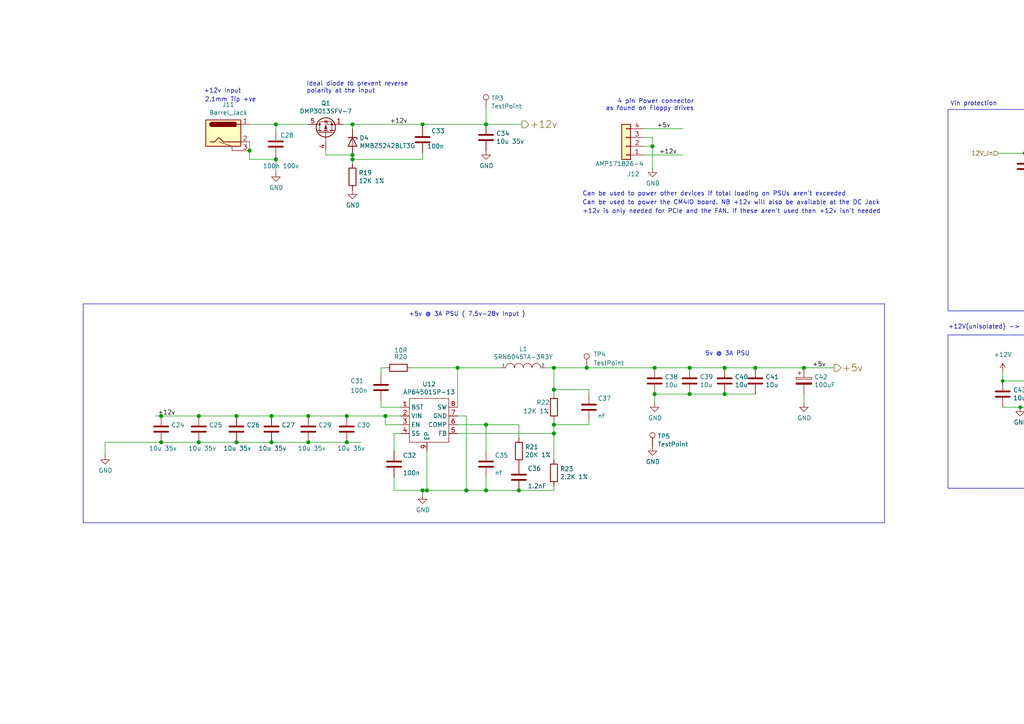
<source format=kicad_sch>
(kicad_sch (version 20231120) (generator "eeschema") (generator_version "8.0")
  (paper "A4")
  (junction (at 414.655 117.475))
  (junction (at 57.658 120.65) (diameter 1.016))
  (junction (at 350.52 123.19))
  (junction (at 102.235 36.068) (diameter 1.016))
  (junction (at 189.865 106.68) (diameter 1.016))
  (junction (at 123.825 142.24) (diameter 1.016))
  (junction (at 200.025 106.68) (diameter 1.016))
  (junction (at 391.16 40.64))
  (junction (at 297.18 44.45))
  (junction (at 295.91 118.11))
  (junction (at 80.01 46.228) (diameter 1.016))
  (junction (at 57.658 128.27) (diameter 1.016))
  (junction (at 316.23 44.45))
  (junction (at 200.025 114.3) (diameter 1.016))
  (junction (at 68.58 128.27) (diameter 1.016))
  (junction (at 111.76 120.65) (diameter 1.016))
  (junction (at 350.52 113.03))
  (junction (at 78.74 128.27) (diameter 1.016))
  (junction (at 80.01 36.068) (diameter 1.016))
  (junction (at 140.97 123.19) (diameter 1.016))
  (junction (at 189.23 42.418) (diameter 1.016))
  (junction (at 233.172 106.68) (diameter 1.016))
  (junction (at 132.715 106.68) (diameter 1.016))
  (junction (at 339.09 44.45))
  (junction (at 409.575 117.475))
  (junction (at 309.88 44.45))
  (junction (at 102.235 46.228) (diameter 1.016))
  (junction (at 409.575 125.73))
  (junction (at 46.736 120.65) (diameter 1.016))
  (junction (at 122.555 142.24) (diameter 1.016))
  (junction (at 160.655 123.19) (diameter 1.016))
  (junction (at 372.11 40.64))
  (junction (at 68.58 120.65) (diameter 1.016))
  (junction (at 290.83 110.49))
  (junction (at 150.495 142.24) (diameter 1.016))
  (junction (at 304.8 44.45))
  (junction (at 363.22 113.03))
  (junction (at 210.185 114.3) (diameter 1.016))
  (junction (at 309.88 52.07))
  (junction (at 140.97 36.068) (diameter 1.016))
  (junction (at 102.235 44.958) (diameter 1.016))
  (junction (at 89.408 120.65) (diameter 1.016))
  (junction (at 122.555 36.068) (diameter 1.016))
  (junction (at 78.74 120.65) (diameter 1.016))
  (junction (at 316.23 64.77))
  (junction (at 89.408 128.27) (diameter 1.016))
  (junction (at 100.584 128.27) (diameter 1.016))
  (junction (at 210.185 106.68) (diameter 1.016))
  (junction (at 160.655 125.73) (diameter 1.016))
  (junction (at 160.655 106.68) (diameter 1.016))
  (junction (at 316.23 54.61))
  (junction (at 369.57 44.45))
  (junction (at 140.97 142.24) (diameter 1.016))
  (junction (at 46.736 128.27) (diameter 1.016))
  (junction (at 135.255 142.24) (diameter 1.016))
  (junction (at 388.62 64.77))
  (junction (at 219.075 106.68) (diameter 1.016))
  (junction (at 304.8 110.49))
  (junction (at 72.39 43.688) (diameter 1.016))
  (junction (at 100.584 120.65) (diameter 1.016))
  (junction (at 170.18 106.68) (diameter 1.016))
  (junction (at 372.11 49.53))
  (junction (at 189.865 114.3) (diameter 1.016))
  (junction (at 160.655 113.03) (diameter 1.016))
  (no_connect (at 369.57 59.69))
  (no_connect (at 339.09 52.07))
  (no_connect (at 369.57 52.07))
  (wire (pts (xy 160.655 123.19) (xy 160.655 125.73)))
  (wire (pts (xy 409.575 125.73) (xy 409.575 127)))
  (wire (pts (xy 316.23 74.93) (xy 320.04 74.93)))
  (wire (pts (xy 289.56 44.45) (xy 297.18 44.45)))
  (wire (pts (xy 350.52 123.19) (xy 350.52 121.92)))
  (wire (pts (xy 316.23 54.61) (xy 318.77 54.61)))
  (wire (pts (xy 68.58 128.27) (xy 78.74 128.27)))
  (wire (pts (xy 290.83 118.11) (xy 295.91 118.11)))
  (wire (pts (xy 102.235 46.228) (xy 122.555 46.228)))
  (wire (pts (xy 160.655 142.24) (xy 160.655 140.97)))
  (wire (pts (xy 316.23 63.5) (xy 316.23 64.77)))
  (wire (pts (xy 330.2 113.03) (xy 336.55 113.03)))
  (wire (pts (xy 494.665 53.975) (xy 494.665 57.785)))
  (wire (pts (xy 369.57 40.64) (xy 372.11 40.64)))
  (wire (pts (xy 94.488 43.688) (xy 94.488 44.958)))
  (wire (pts (xy 100.584 128.27) (xy 104.775 128.27)))
  (wire (pts (xy 140.97 123.19) (xy 140.97 130.81)))
  (wire (pts (xy 30.48 128.27) (xy 46.736 128.27)))
  (wire (pts (xy 316.23 44.45) (xy 316.23 45.72)))
  (wire (pts (xy 186.69 44.958) (xy 198.12 44.958)))
  (wire (pts (xy 334.01 62.23) (xy 339.09 62.23)))
  (wire (pts (xy 110.49 118.11) (xy 116.205 118.11)))
  (wire (pts (xy 89.408 120.65) (xy 100.584 120.65)))
  (wire (pts (xy 369.57 49.53) (xy 372.11 49.53)))
  (wire (pts (xy 506.095 66.675) (xy 506.095 65.405)))
  (wire (pts (xy 388.62 64.77) (xy 391.16 64.77)))
  (polyline (pts (xy 256.54 151.638) (xy 24.13 151.638)) (stroke (width 0) (type solid)))
  (wire (pts (xy 334.01 54.61) (xy 339.09 54.61)))
  (wire (pts (xy 72.39 46.228) (xy 72.39 43.688)))
  (wire (pts (xy 140.97 142.24) (xy 150.495 142.24)))
  (wire (pts (xy 94.488 44.958) (xy 102.235 44.958)))
  (wire (pts (xy 132.715 123.19) (xy 140.97 123.19)))
  (wire (pts (xy 290.83 110.49) (xy 304.8 110.49)))
  (wire (pts (xy 170.18 106.68) (xy 189.865 106.68)))
  (wire (pts (xy 72.39 36.068) (xy 80.01 36.068)))
  (wire (pts (xy 160.655 125.73) (xy 160.655 133.35)))
  (wire (pts (xy 477.52 57.15) (xy 477.52 59.055)))
  (wire (pts (xy 160.655 106.68) (xy 160.655 113.03)))
  (wire (pts (xy 369.57 57.15) (xy 377.19 57.15)))
  (wire (pts (xy 350.52 130.81) (xy 350.52 132.08)))
  (wire (pts (xy 160.655 113.03) (xy 160.655 114.3)))
  (wire (pts (xy 200.025 106.68) (xy 210.185 106.68)))
  (wire (pts (xy 391.16 39.37) (xy 391.16 40.64)))
  (wire (pts (xy 372.11 40.64) (xy 372.11 41.91)))
  (wire (pts (xy 80.01 36.068) (xy 89.408 36.068)))
  (wire (pts (xy 119.38 106.68) (xy 132.715 106.68)))
  (wire (pts (xy 122.555 143.51) (xy 122.555 142.24)))
  (wire (pts (xy 102.235 36.068) (xy 102.235 37.338)))
  (wire (pts (xy 372.11 40.64) (xy 391.16 40.64)))
  (wire (pts (xy 356.87 76.2) (xy 354.33 76.2)))
  (wire (pts (xy 80.01 45.593) (xy 80.01 46.228)))
  (wire (pts (xy 160.655 106.68) (xy 170.18 106.68)))
  (wire (pts (xy 506.095 53.975) (xy 506.095 57.785)))
  (wire (pts (xy 316.23 54.61) (xy 316.23 55.88)))
  (wire (pts (xy 160.655 113.03) (xy 170.815 113.03)))
  (wire (pts (xy 506.095 75.565) (xy 506.095 74.295)))
  (wire (pts (xy 46.736 128.27) (xy 57.658 128.27)))
  (wire (pts (xy 116.205 125.73) (xy 114.3 125.73)))
  (wire (pts (xy 363.22 113.03) (xy 350.52 113.03)))
  (wire (pts (xy 102.235 46.228) (xy 102.235 47.498)))
  (wire (pts (xy 233.172 106.68) (xy 241.935 106.68)))
  (wire (pts (xy 99.568 36.068) (xy 102.235 36.068)))
  (wire (pts (xy 518.16 52.07) (xy 519.43 52.07)))
  (wire (pts (xy 330.2 110.49) (xy 331.47 110.49)))
  (wire (pts (xy 330.2 115.57) (xy 331.47 115.57)))
  (wire (pts (xy 132.715 125.73) (xy 160.655 125.73)))
  (wire (pts (xy 110.49 116.205) (xy 110.49 118.11)))
  (wire (pts (xy 102.235 36.068) (xy 122.555 36.068)))
  (wire (pts (xy 189.865 106.68) (xy 200.025 106.68)))
  (wire (pts (xy 513.08 79.375) (xy 518.16 79.375)))
  (wire (pts (xy 45.085 120.65) (xy 46.736 120.65)))
  (wire (pts (xy 363.22 107.95) (xy 363.22 113.03)))
  (wire (pts (xy 460.375 61.595) (xy 458.47 61.595)))
  (wire (pts (xy 392.43 109.855) (xy 392.43 117.475)))
  (wire (pts (xy 392.43 117.475) (xy 400.685 117.475)))
  (wire (pts (xy 200.025 114.3) (xy 189.865 114.3)))
  (wire (pts (xy 377.19 64.77) (xy 388.62 64.77)))
  (wire (pts (xy 369.57 40.64) (xy 369.57 44.45)))
  (wire (pts (xy 316.23 66.04) (xy 316.23 64.77)))
  (wire (pts (xy 518.16 66.675) (xy 518.16 64.77)))
  (wire (pts (xy 392.43 125.73) (xy 392.43 127)))
  (wire (pts (xy 189.23 42.418) (xy 189.23 48.768)))
  (wire (pts (xy 369.57 62.23) (xy 369.57 63.5)))
  (wire (pts (xy 135.255 120.65) (xy 135.255 142.24)))
  (wire (pts (xy 111.76 120.65) (xy 116.205 120.65)))
  (wire (pts (xy 114.3 125.73) (xy 114.3 130.81)))
  (wire (pts (xy 170.815 113.03) (xy 170.815 114.3)))
  (wire (pts (xy 78.74 120.65) (xy 89.408 120.65)))
  (wire (pts (xy 122.555 36.068) (xy 122.555 36.703)))
  (wire (pts (xy 409.575 117.475) (xy 408.305 117.475)))
  (wire (pts (xy 309.88 44.45) (xy 316.23 44.45)))
  (wire (pts (xy 80.01 36.068) (xy 80.01 37.973)))
  (wire (pts (xy 111.76 123.19) (xy 116.205 123.19)))
  (wire (pts (xy 170.815 123.19) (xy 170.815 121.92)))
  (polyline (pts (xy 24.13 88.138) (xy 256.54 88.138)) (stroke (width 0) (type solid)))
  (wire (pts (xy 122.555 36.068) (xy 140.97 36.068)))
  (wire (pts (xy 409.575 125.095) (xy 409.575 125.73)))
  (wire (pts (xy 132.715 106.68) (xy 132.715 118.11)))
  (wire (pts (xy 414.655 114.3) (xy 414.655 117.475)))
  (wire (pts (xy 354.33 76.2) (xy 354.33 74.93)))
  (wire (pts (xy 219.075 106.68) (xy 233.172 106.68)))
  (wire (pts (xy 339.09 44.45) (xy 339.09 46.99)))
  (wire (pts (xy 326.39 50.8) (xy 326.39 52.07)))
  (wire (pts (xy 140.97 36.068) (xy 151.384 36.068)))
  (wire (pts (xy 110.49 108.585) (xy 110.49 106.68)))
  (wire (pts (xy 297.18 52.07) (xy 309.88 52.07)))
  (wire (pts (xy 518.16 79.375) (xy 518.16 74.295)))
  (wire (pts (xy 219.075 114.3) (xy 210.185 114.3)))
  (wire (pts (xy 210.185 114.3) (xy 200.025 114.3)))
  (wire (pts (xy 297.18 44.45) (xy 304.8 44.45)))
  (wire (pts (xy 316.23 44.45) (xy 339.09 44.45)))
  (wire (pts (xy 344.17 113.03) (xy 350.52 113.03)))
  (wire (pts (xy 150.495 127) (xy 150.495 123.19)))
  (wire (pts (xy 478.155 65.405) (xy 478.155 67.945)))
  (wire (pts (xy 518.16 52.07) (xy 518.16 57.15)))
  (wire (pts (xy 30.48 128.27) (xy 30.48 132.08)))
  (wire (pts (xy 186.69 37.338) (xy 198.12 37.338)))
  (wire (pts (xy 89.408 128.27) (xy 100.584 128.27)))
  (wire (pts (xy 334.01 57.15) (xy 339.09 57.15)))
  (wire (pts (xy 46.736 120.65) (xy 57.658 120.65)))
  (wire (pts (xy 309.88 52.07) (xy 309.88 53.34)))
  (wire (pts (xy 123.825 130.81) (xy 123.825 142.24)))
  (wire (pts (xy 392.43 125.73) (xy 398.145 125.73)))
  (wire (pts (xy 72.39 43.688) (xy 72.39 41.148)))
  (wire (pts (xy 313.69 129.54) (xy 309.88 129.54)))
  (wire (pts (xy 290.83 107.95) (xy 290.83 110.49)))
  (wire (pts (xy 414.655 117.475) (xy 409.575 117.475)))
  (wire (pts (xy 57.658 128.27) (xy 68.58 128.27)))
  (wire (pts (xy 78.74 128.27) (xy 89.408 128.27)))
  (wire (pts (xy 363.22 116.84) (xy 363.22 113.03)))
  (wire (pts (xy 160.655 121.92) (xy 160.655 123.19)))
  (wire (pts (xy 114.3 138.43) (xy 114.3 142.24)))
  (polyline (pts (xy 256.54 88.138) (xy 256.54 151.638)) (stroke (width 0) (type solid)))
  (wire (pts (xy 132.715 120.65) (xy 135.255 120.65)))
  (wire (pts (xy 189.23 39.878) (xy 189.23 42.418)))
  (wire (pts (xy 114.3 142.24) (xy 122.555 142.24)))
  (wire (pts (xy 372.11 49.53) (xy 381 49.53)))
  (wire (pts (xy 300.99 115.57) (xy 304.8 115.57)))
  (wire (pts (xy 460.375 59.69) (xy 460.375 61.595)))
  (wire (pts (xy 388.62 62.23) (xy 388.62 64.77)))
  (wire (pts (xy 369.57 54.61) (xy 388.62 54.61)))
  (wire (pts (xy 186.69 39.878) (xy 189.23 39.878)))
  (wire (pts (xy 111.76 120.65) (xy 111.76 123.19)))
  (wire (pts (xy 140.97 123.19) (xy 150.495 123.19)))
  (wire (pts (xy 304.8 44.45) (xy 309.88 44.45)))
  (wire (pts (xy 494.665 75.565) (xy 494.665 74.295)))
  (wire (pts (xy 295.91 118.11) (xy 300.99 118.11)))
  (wire (pts (xy 300.99 115.57) (xy 300.99 118.11)))
  (wire (pts (xy 135.255 142.24) (xy 140.97 142.24)))
  (wire (pts (xy 350.52 113.03) (xy 350.52 114.3)))
  (wire (pts (xy 158.115 106.68) (xy 160.655 106.68)))
  (wire (pts (xy 494.665 66.675) (xy 494.665 65.405)))
  (wire (pts (xy 80.01 46.228) (xy 80.01 50.038)))
  (wire (pts (xy 311.15 121.92) (xy 313.69 121.92)))
  (wire (pts (xy 369.57 44.45) (xy 369.57 46.99)))
  (wire (pts (xy 123.825 142.24) (xy 135.255 142.24)))
  (wire (pts (xy 140.97 138.43) (xy 140.97 142.24)))
  (wire (pts (xy 403.225 125.73) (xy 409.575 125.73)))
  (wire (pts (xy 102.235 44.958) (xy 102.235 46.228)))
  (wire (pts (xy 334.01 49.53) (xy 339.09 49.53)))
  (wire (pts (xy 345.44 123.19) (xy 350.52 123.19)))
  (wire (pts (xy 160.655 123.19) (xy 170.815 123.19)))
  (wire (pts (xy 57.658 120.65) (xy 68.58 120.65)))
  (wire (pts (xy 72.39 46.228) (xy 80.01 46.228)))
  (wire (pts (xy 100.584 120.65) (xy 111.76 120.65)))
  (wire (pts (xy 326.39 59.69) (xy 339.09 59.69)))
  (wire (pts (xy 186.69 42.418) (xy 189.23 42.418)))
  (wire (pts (xy 321.31 64.77) (xy 316.23 64.77)))
  (wire (pts (xy 140.97 31.496) (xy 140.97 36.068)))
  (wire (pts (xy 210.185 106.68) (xy 219.075 106.68)))
  (wire (pts (xy 132.715 106.68) (xy 145.415 106.68)))
  (wire (pts (xy 122.555 46.228) (xy 122.555 44.323)))
  (wire (pts (xy 189.865 114.3) (xy 189.865 116.84)))
  (wire (pts (xy 233.172 114.3) (xy 233.172 116.84)))
  (wire (pts (xy 316.23 73.66) (xy 316.23 74.93)))
  (wire (pts (xy 122.555 142.24) (xy 123.825 142.24)))
  (wire (pts (xy 316.23 53.34) (xy 316.23 54.61)))
  (wire (pts (xy 150.495 142.24) (xy 160.655 142.24)))
  (wire (pts (xy 304.8 110.49) (xy 304.8 113.03)))
  (polyline (pts (xy 24.13 88.138) (xy 24.13 151.638)) (stroke (width 0) (type solid)))
  (wire (pts (xy 68.58 120.65) (xy 78.74 120.65)))
  (wire (pts (xy 110.49 106.68) (xy 111.76 106.68)))
  (rectangle (start 274.955 97.155) (end 373.38 141.605))
  (rectangle (start 274.955 31.75) (end 435.61 90.17))
  (text "4 pin Power connector\nas found on Floppy drives" (at 201.295 32.258 0) (effects (font (size 1.27 1.27)) (justify right bottom)))
  (text "+12v Input" (at 59.055 27.178 0) (effects (font (size 1.27 1.27)) (justify left bottom)))
  (text "+12v is only needed for PCIe and the FAN. If these aren't used then +12v isn't needed" (at 168.91 62.103 0) (effects (font (size 1.27 1.27)) (justify left bottom)))
  (text "5v @ 3A PSU\n" (at 204.47 103.378 0) (effects (font (size 1.27 1.27)) (justify left bottom)))
  (text "2.1mm Tip +ve" (at 74.295 29.718 0) (effects (font (size 1.27 1.27)) (justify right bottom)))
  (text "Ideal diode to prevent reverse\npolarity at the input" (at 88.9 27.178 0) (effects (font (size 1.27 1.27)) (justify left bottom)))
  (text "+5v @ 3A PSU ( 7.5v-28v Input )" (at 152.4 91.948 0) (effects (font (size 1.27 1.27)) (justify right bottom)))
  (text "RTN!=GND \nConecting GND to RTN turns off RPP!" (at 337.566 86.487 0) (effects (font (size 1.27 1.27)) (justify left)))
  (text "Vin protection" (at 275.59 30.861 0) (effects (font (size 1.27 1.27)) (justify left bottom)))
  (text "Can be used to power other devices if total loading on PSUs aren't exceeded" (at 168.91 57.023 0) (effects (font (size 1.27 1.27)) (justify left bottom)))
  (text "Can be used to power the CM4IO board. NB +12v will also be available at the DC Jack" (at 168.91 59.563 0) (effects (font (size 1.27 1.27)) (justify left bottom)))
  (text "VDDA Separation" (at 395.605 104.775 0) (effects (font (size 1.27 1.27)) (justify left bottom)))
  (text "+12V(unisolated) -> +3.3V(unisolated)" (at 274.955 95.631 0) (effects (font (size 1.27 1.27)) (justify left bottom)))
  (text "Current lim(A) = 12/Rilim(k)\n1.2A = 12/10k ohms" (at 405.638 38.608 0) (effects (font (size 1.27 1.27)) (justify left)))
  (label "RTN" (at 320.04 74.93 0))
  (label "OVP" (at 334.01 54.61 0))
  (label "SW" (at 331.47 113.03 0))
  (label "+12v" (at 45.72 120.65 0))
  (label "UVLO" (at 334.01 49.53 0))
  (label "+5v" (at 190.5 37.338 0))
  (label "+12v" (at 191.135 44.958 0))
  (label "UVLO" (at 318.77 54.61 0))
  (label "SW" (at 309.88 129.54 0))
  (label "RTN" (at 334.01 57.15 0))
  (label "Fault" (at 381 49.53 0))
  (label "RTN" (at 334.01 62.23 0))
  (label "BST" (at 331.47 110.49 0))
  (label "Fault" (at 513.08 79.375 0))
  (label "+5v" (at 235.585 106.68 0))
  (label "OVP" (at 321.31 64.77 0))
  (label "RTN" (at 391.16 64.77 0))
  (label "FB" (at 345.44 123.19 0))
  (label "FB" (at 331.47 115.57 0))
  (label "+12v" (at 113.03 36.068 0))
  (label "RTN" (at 356.87 76.2 0))
  (label "BST" (at 311.15 121.92 0))
  (hierarchical_label "+5v" (shape output) (at 241.935 106.68 0) (effects (font (size 2.0066 2.0066))))
  (hierarchical_label "12V_In" (shape input) (at 519.43 52.07 0))
  (hierarchical_label "12V_In" (shape input) (at 289.56 44.45 180))
  (hierarchical_label "+12v" (shape output) (at 151.384 36.068 0) (effects (font (size 2.0066 2.0066))))
  (symbol (lib_id "Device:C") (at 409.575 121.285 0) (unit 1)
    (property "Reference" "C49" (at 412.75 120.65 0) (effects (justify left)))
    (property "Value" "100nF" (at 412.75 123.19 0) (effects (justify left)))
    (property "Footprint" "Capacitor_SMD:C_0805_2012Metric" (effects (hide yes)))
    (property "Description" "Unpolarized capacitor" (effects (hide yes)))
    (property "Mouser Part Number" "80-C0805C104M5R" (effects (hide yes)))
    (property "P/N" "C0805C104M5RACTU" (effects (hide yes)))
  )
  (symbol (lib_id "Device:C") (at 114.3 134.62 0) (unit 1)
    (property "Reference" "C32" (at 116.84 132.08 0) (effects (justify left)))
    (property "Value" "100n" (at 116.84 137.16 0) (effects (justify left)))
    (property "Footprint" "Capacitor_SMD:C_0402_1005Metric" (effects (hide yes)))
    (property "Datasheet" "https://search.murata.co.jp/Ceramy/image/img/A01X/G101/ENG/GRM155R71C104KA88-01.pdf" (effects (hide yes)))
    (property "Field4" "Farnell" (effects (hide yes)))
    (property "Field5" "2611911" (effects (hide yes)))
    (property "Field6" "RM EMK105 B7104KV-F" (effects (hide yes)))
    (property "Field7" "TAIYO YUDEN EUROPE GMBH" (effects (hide yes)))
    (property "Part Description" "	0.1uF 10% 16V Ceramic Capacitor X7R 0402 (1005 Metric)" (effects (hide yes)))
    (property "Field8" "110091611" (effects (hide yes)))
  )
  (symbol (lib_id "Device:R") (at 160.655 118.11 0) (unit 1)
    (property "Reference" "R22" (at 155.575 116.713 0) (effects (justify left)))
    (property "Value" "12K 1%" (at 151.765 119.253 0) (effects (justify left)))
    (property "Footprint" "Resistor_SMD:R_0402_1005Metric" (effects (hide yes)))
    (property "Datasheet" "https://fscdn.rohm.com/en/products/databook/datasheet/passive/resistor/chip_resistor/mcr-e.pdf" (effects (hide yes)))
    (property "Field4" "Farnell" (effects (hide yes)))
    (property "Field5" "9239367" (effects (hide yes)))
    (property "Field7" "Rohm" (effects (hide yes)))
    (property "Field6" "MCR01MZPF1202" (effects (hide yes)))
    (property "Part Description" "Resistor 12K M1005 1% 63mW" (effects (hide yes)))
  )
  (symbol (lib_id "power:GND") (at 391.16 48.26 0) (unit 1)
    (property "Reference" "#PWR075" (effects (hide yes)))
    (property "Value" "GND" (at 391.287 52.6542 0))
    (property "Description" "Power symbol creates a global label with name \"GND\" , ground" (effects (hide yes)))
  )
  (symbol (lib_id "power:GND") (at 140.97 43.688 0) (unit 1)
    (property "Reference" "#PWR054" (effects (hide yes)))
    (property "Value" "GND" (at 141.097 48.0822 0))
  )
  (symbol (lib_id "Connector_Generic:Conn_01x04") (at 181.61 42.418 180) (unit 1)
    (property "Reference" "J12" (at 183.6928 50.4698 0))
    (property "Value" "AMP171826-4" (at 179.705 47.498 0))
    (property "Footprint" "171826-4:TE_171826-4" (effects (hide yes)))
    (property "Datasheet" "https://www.te.com/usa-en/product-171826-4.html" (effects (hide yes)))
    (property "Field4" "Farnell" (effects (hide yes)))
    (property "Field5" "	1056115" (effects (hide yes)))
    (property "Field6" "AMP171826-4" (effects (hide yes)))
    (property "Field7" "AMP-TE" (effects (hide yes)))
    (property "Part Description" "Wire-To-Board Connector, Right Angle, 2.54 mm, 4 Contacts, Header, AMP EI Series, Through Hole" (effects (hide yes)))
  )
  (symbol (lib_id "Device:LED") (at 506.095 70.485 90) (unit 1)
    (property "Reference" "D7" (at 509.0922 69.5198 90) (effects (justify right)))
    (property "Value" "3.3V" (at 509.0922 71.8312 90) (effects (justify right)))
    (property "Footprint" "LED_SMD:LED_0805_2012Metric" (effects (hide yes)))
    (property "Description" "Light emitting diode" (effects (hide yes)))
    (property "Color" "Green" (effects (hide yes)))
    (property "P/N" "APTD2012LCGCK" (effects (hide yes)))
    (property "Vf" "1.9V" (effects (hide yes)))
    (property "If" "2mA" (effects (hide yes)))
    (property "Mouser Part Number" "604-APTD2012LCGCK" (effects (hide yes)))
  )
  (symbol (lib_id "Device:R") (at 518.16 60.96 0) (unit 1)
    (property "Reference" "R35" (at 519.938 59.7916 0) (effects (justify left)))
    (property "Value" "5k" (at 519.938 62.103 0) (effects (justify left)))
    (property "Footprint" "Resistor_SMD:R_0805_2012Metric" (effects (hide yes)))
    (property "Description" "Resistor" (effects (hide yes)))
    (property "P/N" "CRCW080522K1FKEA" (effects (hide yes)))
    (property "Mouser Part Number" "71-CRCW0805-22.1K-E3" (effects (hide yes)))
    (property "Inventory" "Y" (effects (hide yes)))
    (property "Mouser Price/Stock" "https://www.mouser.com/ProductDetail/Vishay-Dale/CRCW080522K1FKEA?qs=fIsz7OpyEY%2F1GKOToH8JbQ%3D%3D" (effects (hide yes)))
  )
  (symbol (lib_id "Device:R") (at 115.57 106.68 270) (unit 1)
    (property "Reference" "R20" (at 114.3 103.505 90) (effects (justify left)))
    (property "Value" "10R" (at 114.3 101.6 90) (effects (justify left)))
    (property "Footprint" "Resistor_SMD:R_0402_1005Metric" (effects (hide yes)))
    (property "Datasheet" "https://fscdn.rohm.com/en/products/databook/datasheet/passive/resistor/chip_resistor/mcr-e.pdf" (effects (hide yes)))
    (property "Field4" "Farnell" (effects (hide yes)))
    (property "Field5" "9238999" (effects (hide yes)))
    (property "Field7" "Yageo" (effects (hide yes)))
    (property "Field6" "RC0402FR-0710RL" (effects (hide yes)))
    (property "Field8" "URES00256" (effects (hide yes)))
    (property "Part Description" "Resistor 10R M1005 1% 63mW" (effects (hide yes)))
  )
  (symbol (lib_id "Device:CP") (at 233.172 110.49 0) (unit 1)
    (property "Reference" "C42" (at 236.1692 109.347 0) (effects (justify left)))
    (property "Value" "100uF" (at 236.1692 111.633 0) (effects (justify left)))
    (property "Footprint" "Capacitor_Tantalum_SMD:CP_EIA-7343-31_Kemet-D" (effects (hide yes)))
    (property "Field4" "Mouser" (effects (hide yes)))
    (property "Field5" "667-EEF-CX0J101R" (effects (hide yes)))
    (property "Part Description" "Capacitor, SP-Cap, 100u, 6.3V, 15mR ESR" (effects (hide yes)))
  )
  (symbol (lib_id "Device:C") (at 170.815 118.11 0) (unit 1)
    (property "Reference" "C37" (at 173.355 115.57 0) (effects (justify left)))
    (property "Value" "nf" (at 173.355 120.65 0) (effects (justify left)))
    (property "Footprint" "Capacitor_SMD:C_0402_1005Metric" (effects (hide yes)))
    (property "Datasheet" "http://www.farnell.com/datasheets/2048267.pdf?_ga=2.222777691.1738794919.1588350964-1787849031.1568210898&_gac=1.250356018.1588350964.EAIaIQobChMIgrHHs4yT6QIVxevtCh39TA_nEAAYASAAEgK8PfD_BwE" (effects (hide yes)))
    (property "Field4" "Farnell" (effects (hide yes)))
    (property "Field5" "2666374" (effects (hide yes)))
    (property "Field6" "GRM1555C1H221JA01D" (effects (hide yes)))
    (property "Field7" "Murata" (effects (hide yes)))
    (property "Part Description" "220 pF, 50 V, 0402 [1005 Metric], ± 5%, C0G / NP0/CH, GCM Series" (effects (hide yes)))
  )
  (symbol (lib_id "power:+12V") (at 494.665 53.975 0) (unit 1)
    (property "Reference" "#PWR083" (effects (hide yes)))
    (property "Value" "+12V" (at 494.665 50.165 0))
    (property "Description" "Power symbol creates a global label with name \"+12V\"" (effects (hide yes)))
  )
  (symbol (lib_id "power:GND") (at 506.095 75.565 0) (unit 1)
    (property "Reference" "#PWR086" (effects (hide yes)))
    (property "Value" "GND" (at 506.222 79.9592 0))
    (property "Description" "Power symbol creates a global label with name \"GND\" , ground" (effects (hide yes)))
  )
  (symbol (lib_id "Device:C") (at 68.58 124.46 0) (unit 1)
    (property "Reference" "C26" (at 71.501 123.2916 0) (effects (justify left)))
    (property "Value" "10u 35v" (at 64.77 130.048 0) (effects (justify left)))
    (property "Footprint" "Capacitor_SMD:C_0805_2012Metric" (effects (hide yes)))
    (property "Datasheet" "https://www.murata.com/en-global/products/productdetail.aspx?partno=GRM21BC8YA106ME11%23" (effects (hide yes)))
    (property "Field5" "490-10505-1-ND" (effects (hide yes)))
    (property "Field4" "Digikey" (effects (hide yes)))
    (property "Field6" "GRM21BC8YA106KE11L " (effects (hide yes)))
    (property "Field7" "Murata" (effects (hide yes)))
    (property "Part Description" "	10uF 10% or 20% 35V Ceramic Capacitor X6S 0805 (2012 Metric)" (effects (hide yes)))
  )
  (symbol (lib_id "power:GND") (at 350.52 132.08 0) (unit 1)
    (property "Reference" "#PWR070" (effects (hide yes)))
    (property "Value" "GND" (at 350.647 136.4742 0))
    (property "Description" "Power symbol creates a global label with name \"GND\" , ground" (effects (hide yes)))
  )
  (symbol (lib_id "power:+12V") (at 391.16 39.37 0) (unit 1)
    (property "Reference" "#PWR074" (effects (hide yes)))
    (property "Value" "+12V" (at 391.16 34.29 0))
    (property "Description" "Power symbol creates a global label with name \"+12V\"" (effects (hide yes)))
  )
  (symbol (lib_id "Device:C") (at 297.18 48.26 0) (unit 1)
    (property "Reference" "C44" (at 299.974 47.498 0) (effects (justify left)))
    (property "Value" "47uF" (at 299.72 50.038 0) (effects (justify left)))
    (property "Footprint" "Capacitor_SMD:C_0805_2012Metric" (effects (hide yes)))
    (property "Description" "Unpolarized capacitor" (effects (hide yes)))
  )
  (symbol (lib_id "Device:R") (at 350.52 127 0) (unit 1)
    (property "Reference" "R30" (at 353.06 125.7299 0) (effects (justify left)))
    (property "Value" "10k" (at 353.06 128.2699 0) (effects (justify left)))
    (property "Footprint" "Resistor_SMD:R_0805_2012Metric" (effects (hide yes)))
    (property "Description" "Resistor" (effects (hide yes)))
  )
  (symbol (lib_id "power:GND") (at 189.23 48.768 0) (unit 1)
    (property "Reference" "#PWR055" (effects (hide yes)))
    (property "Value" "GND" (at 189.357 53.1622 0))
  )
  (symbol (lib_id "Device:C") (at 210.185 110.49 0) (unit 1)
    (property "Reference" "C40" (at 213.106 109.3216 0) (effects (justify left)))
    (property "Value" "10u" (at 213.106 111.633 0) (effects (justify left)))
    (property "Footprint" "Capacitor_SMD:C_0805_2012Metric" (effects (hide yes)))
    (property "Datasheet" "https://search.murata.co.jp/Ceramy/image/img/A01X/G101/ENG/GRM21BR71A106KA73-01.pdf" (effects (hide yes)))
    (property "Field5" "490-14381-1-ND" (effects (hide yes)))
    (property "Field4" "Digikey" (effects (hide yes)))
    (property "Field6" "GRM21BR71A106KA73L" (effects (hide yes)))
    (property "Field7" "Murata" (effects (hide yes)))
    (property "Part Description" "	10uF 10% 10V Ceramic Capacitor X7R 0805 (2012 Metric)" (effects (hide yes)))
    (property "Field8" "111893011" (effects (hide yes)))
  )
  (symbol (lib_id "Device:R") (at 506.095 61.595 0) (unit 1)
    (property "Reference" "R34" (at 507.873 60.4266 0) (effects (justify left)))
    (property "Value" "2.2k" (at 507.873 62.738 0) (effects (justify left)))
    (property "Footprint" "Resistor_SMD:R_0805_2012Metric" (effects (hide yes)))
    (property "Description" "Resistor" (effects (hide yes)))
    (property "P/N" "SDR10EZPF2200" (effects (hide yes)))
    (property "Mouser Part Number" "Inventory" (effects (hide yes)))
  )
  (symbol (lib_id "power:+3.3VA") (at 414.655 114.3 0) (unit 1)
    (property "Reference" "#PWR079" (effects (hide yes)))
    (property "Value" "+3.3VA" (at 414.655 109.855 0))
    (property "Description" "Power symbol creates a global label with name \"+3.3VA\"" (effects (hide yes)))
  )
  (symbol (lib_id "power:GND") (at 189.865 116.84 0) (unit 1)
    (property "Reference" "#PWR057" (effects (hide yes)))
    (property "Value" "GND" (at 189.992 121.2342 0))
  )
  (symbol (lib_id "utsvt-power-regulators:TPS562231DRLR") (at 316.23 105.41 0) (unit 1)
    (property "Reference" "U15" (at 317.5 102.87 0))
    (property "Value" "TPS562231DRLR" (at 317.5 105.41 0))
    (property "Footprint" "Package_TO_SOT_SMD:SOT-563" (effects (hide yes)))
    (property "Datasheet" "https://www.ti.com/lit/ds/symlink/tps562231.pdf?ts=1724081383264&ref_url=https%253A%252F%252Fwww.mouser.com%252F" (effects (hide yes)))
    (property "P/N" "TPS562231DRLR" (effects (hide yes)))
  )
  (symbol (lib_id "power:GND") (at 295.91 118.11 0) (unit 1)
    (property "Reference" "#PWR067" (effects (hide yes)))
    (property "Value" "GND" (at 296.037 122.5042 0))
    (property "Description" "Power symbol creates a global label with name \"GND\" , ground" (effects (hide yes)))
  )
  (symbol (lib_id "power:GND") (at 189.23 129.54 0) (unit 1)
    (property "Reference" "#PWR056" (effects (hide yes)))
    (property "Value" "GND" (at 189.357 133.9342 0))
  )
  (symbol (lib_id "CM4IO:AP64351") (at 123.825 120.65 0) (unit 1)
    (property "Reference" "U12" (at 124.46 111.4044 0))
    (property "Value" "AP64501SP-13" (at 124.46 113.7158 0))
    (property "Footprint" "Package_SO:SOIC-8-1EP_3.9x4.9mm_P1.27mm_EP2.95x4.9mm_Mask2.71x3.4mm_ThermalVias" (effects (hide yes)))
    (property "Datasheet" "https://www.diodes.com/assets/Datasheets/AP64501.pdf" (effects (hide yes)))
    (property "Field4" "Digikey" (effects (hide yes)))
    (property "Field5" "31-AP64501SP-13CT-ND" (effects (hide yes)))
    (property "Field6" "AP64501SP-13" (effects (hide yes)))
    (property "Field7" "Diodes" (effects (hide yes)))
    (property "Part Description" "Buck Switching Regulator IC Positive Adjustable 0.8V 1 Output 5A 8-SOIC (0.154\", 3.90mm Width) Exposed Pad" (effects (hide yes)))
  )
  (symbol (lib_id "Device:C") (at 140.97 39.878 0) (unit 1)
    (property "Reference" "C34" (at 143.891 38.7096 0) (effects (justify left)))
    (property "Value" "10u 35v" (at 143.891 41.021 0) (effects (justify left)))
    (property "Footprint" "Capacitor_SMD:C_0805_2012Metric" (effects (hide yes)))
    (property "Datasheet" "https://www.murata.com/en-global/products/productdetail.aspx?partno=GRM21BC8YA106ME11%23" (effects (hide yes)))
    (property "Field5" "490-10505-1-ND" (effects (hide yes)))
    (property "Field4" "Digikey" (effects (hide yes)))
    (property "Field6" "GRM21BC8YA106KE11L " (effects (hide yes)))
    (property "Field7" "Murata" (effects (hide yes)))
    (property "Part Description" "	10uF 10% or 20% 35V Ceramic Capacitor X6S 0805 (2012 Metric)" (effects (hide yes)))
  )
  (symbol (lib_id "power:PWR_FLAG") (at 304.8 44.45 0) (unit 1)
    (property "Reference" "#FLG01" (effects (hide yes)))
    (property "Value" "PWR_FLAG" (at 304.8 41.275 0))
    (property "Description" "Special symbol for telling ERC where power comes from" (effects (hide yes)))
  )
  (symbol (lib_id "Device:C") (at 388.62 58.42 0) (unit 1)
    (property "Reference" "C47" (at 392.43 57.785 0) (effects (justify left)))
    (property "Value" "100nF" (at 392.43 60.325 0) (effects (justify left)))
    (property "Footprint" "Capacitor_SMD:C_0805_2012Metric" (effects (hide yes)))
    (property "Description" "Unpolarized capacitor" (effects (hide yes)))
    (property "Mouser Part Number" "80-C0805C104M5R" (effects (hide yes)))
    (property "P/N" "C0805C104M5RACTU" (effects (hide yes)))
  )
  (symbol (lib_id "Device:C") (at 80.01 41.783 0) (unit 1)
    (property "Reference" "C28" (at 81.28 39.243 0) (effects (justify left)))
    (property "Value" "100n 100v" (at 76.2 48.133 0) (effects (justify left)))
    (property "Footprint" "Capacitor_SMD:C_0402_1005Metric" (effects (hide yes)))
    (property "Datasheet" "https://psearch.en.murata.com/capacitor/product/GRM155R62A104KE14%23.pdf" (effects (hide yes)))
    (property "Field4" "Farnell" (effects (hide yes)))
    (property "Field5" "2611907" (effects (hide yes)))
    (property "Field6" "GRM155R62A104KE14D" (effects (hide yes)))
    (property "Field7" "Murata" (effects (hide yes)))
    (property "Part Description" "	0.1uF 10% 100V Ceramic Capacitor X5R 0402 (1005 Metric)" (effects (hide yes)))
  )
  (symbol (lib_id "power:+12V") (at 477.52 57.15 0) (unit 1)
    (property "Reference" "#PWR081" (effects (hide yes)))
    (property "Value" "+12V" (at 477.52 52.07 0))
    (property "Description" "Power symbol creates a global label with name \"+12V\"" (effects (hide yes)))
  )
  (symbol (lib_id "utsvt-chips:LM76202QPWPRQ1") (at 353.06 39.37 0) (unit 1)
    (property "Reference" "U16" (at 354.33 36.83 0))
    (property "Value" "LM76202QPWPRQ1" (at 354.33 39.37 0))
    (property "Footprint" "UTSVT_ICs:SOP65P640X120-17N" (effects (hide yes)))
    (property "Datasheet" "https://www.ti.com/lit/ds/symlink/lm76202-q1.pdf?HQS=dis-dk-null-digikeymode-dsf-pf-null-wwe&ts=1724336215335&ref_url=https%253A%252F%252Fwww.ti.com%252Fgeneral%252Fdocs%252Fsuppproductinfo.tsp%253FdistId%253D10%2526gotoUrl%253Dhttps%253A%252F%252Fwww.ti.com%252Flit%252Fgpn%252Flm76202-q1" (effects (hide yes)))
    (property "Description" "60V 2.2A ideal diode with integrated FET" (effects (hide yes)))
    (property "P/N" "LM76202QPWPRQ1" (effects (hide yes)))
  )
  (symbol (lib_id "power:PWR_FLAG") (at 414.655 117.475 270) (unit 1)
    (property "Reference" "#FLG02" (effects (hide yes)))
    (property "Value" "PWR_FLAG" (at 417.83 117.475 90) (effects (justify left)))
    (property "Description" "Special symbol for telling ERC where power comes from" (effects (hide yes)))
  )
  (symbol (lib_id "CM4IO:Barrel_Jack") (at 64.77 38.608 0) (unit 1)
    (property "Reference" "J11" (at 66.2178 30.353 0))
    (property "Value" "Barrel_Jack" (at 66.2178 32.6644 0))
    (property "Footprint" "CM4IO:BarrelJack_Horizontal" (effects (hide yes)))
    (property "Datasheet" "https://www.toby.co.uk/uploads/publications/842.pdf" (effects (hide yes)))
    (property "Field4" "Toby" (effects (hide yes)))
    (property "Field5" "DC-001-A-2.1mm-R" (effects (hide yes)))
    (property "Part Description" "DC Power Connectors PCB 2.1MM" (effects (hide yes)))
    (property "Field6" "DC-001-A-2.1mm-R" (effects (hide yes)))
    (property "Field7" "Valcon" (effects (hide yes)))
  )
  (symbol (lib_id "Device:C") (at 391.16 44.45 0) (unit 1)
    (property "Reference" "C48" (at 394.97 43.815 0) (effects (justify left)))
    (property "Value" "47uF" (at 394.97 46.355 0) (effects (justify left)))
    (property "Footprint" "Capacitor_SMD:C_0805_2012Metric" (effects (hide yes)))
    (property "Description" "Unpolarized capacitor" (effects (hide yes)))
  )
  (symbol (lib_id "power:GND") (at 369.57 63.5 0) (unit 1)
    (property "Reference" "#PWR073" (effects (hide yes)))
    (property "Value" "GND" (at 369.697 67.8942 0))
    (property "Description" "Power symbol creates a global label with name \"GND\" , ground" (effects (hide yes)))
  )
  (symbol (lib_id "pspice:INDUCTOR") (at 151.765 106.68 0) (unit 1)
    (property "Reference" "L1" (at 151.765 101.219 0))
    (property "Value" "SRN6045TA-3R3Y" (at 151.765 103.5304 0))
    (property "Footprint" "Inductor_SMD:L_Bourns_SRN6045TA" (effects (hide yes)))
    (property "Datasheet" "https://www.bourns.com/docs/Product-Datasheets/SRN6045TA.pdf" (effects (hide yes)))
    (property "Field4" "Farnell" (effects (hide yes)))
    (property "Field5" "2616889" (effects (hide yes)))
    (property "Field6" "SRN6045TA-3R3Y" (effects (hide yes)))
    (property "Field7" "Bourns" (effects (hide yes)))
    (property "Part Description" "3.3µH Semi-Shielded Wirewound Inductor 7.8A 21mOhm Nonstandard" (effects (hide yes)))
  )
  (symbol (lib_id "Device:NetTie_2") (at 400.685 125.73 0) (unit 1) (in_bom no)
    (property "Reference" "NT1" (at 400.685 121.285 0))
    (property "Value" "NetTie_2" (at 400.685 123.825 0))
    (property "Footprint" "NetTie:NetTie-2_SMD_Pad0.5mm" (effects (hide yes)))
    (property "Description" "Net tie, 2 pins" (effects (hide yes)))
  )
  (symbol (lib_id "Device:R") (at 316.23 69.85 0) (unit 1)
    (property "Reference" "R27" (at 318.77 69.215 0) (effects (justify left)))
    (property "Value" "10K" (at 318.77 71.755 0) (effects (justify left)))
    (property "Footprint" "Resistor_SMD:R_0805_2012Metric" (effects (hide yes)))
    (property "Description" "Resistor" (effects (hide yes)))
    (property "Mouser Part Number" "71-CRCW080510K0FKEAC" (effects (hide yes)))
    (property "P/N" "CRCW080510K0FKEAC" (effects (hide yes)))
  )
  (symbol (lib_id "Device:C") (at 57.658 124.46 0) (unit 1)
    (property "Reference" "C25" (at 60.579 123.2916 0) (effects (justify left)))
    (property "Value" "10u 35v" (at 54.61 130.048 0) (effects (justify left)))
    (property "Footprint" "Capacitor_SMD:C_0805_2012Metric" (effects (hide yes)))
    (property "Datasheet" "https://www.murata.com/en-global/products/productdetail.aspx?partno=GRM21BC8YA106ME11%23" (effects (hide yes)))
    (property "Field5" "490-10505-1-ND" (effects (hide yes)))
    (property "Field4" "Digikey" (effects (hide yes)))
    (property "Field6" "GRM21BC8YA106KE11L " (effects (hide yes)))
    (property "Field7" "Murata" (effects (hide yes)))
    (property "Part Description" "	10uF 10% or 20% 35V Ceramic Capacitor X6S 0805 (2012 Metric)" (effects (hide yes)))
  )
  (symbol (lib_id "power:GNDA") (at 409.575 127 0) (unit 1)
    (property "Reference" "#PWR078" (effects (hide yes)))
    (property "Value" "GNDA" (at 409.575 131.445 0))
    (property "Description" "Power symbol creates a global label with name \"GNDA\" , analog ground" (effects (hide yes)))
  )
  (symbol (lib_id "power:+3.3V") (at 460.375 59.69 0) (unit 1)
    (property "Reference" "#PWR080" (effects (hide yes)))
    (property "Value" "+3.3V" (at 460.375 55.88 0))
    (property "Description" "Power symbol creates a global label with name \"+3.3V\"" (effects (hide yes)))
  )
  (symbol (lib_id "power:GND") (at 80.01 50.038 0) (unit 1)
    (property "Reference" "#PWR051" (effects (hide yes)))
    (property "Value" "GND" (at 80.137 54.4322 0))
  )
  (symbol (lib_id "Device:R") (at 494.665 61.595 0) (unit 1)
    (property "Reference" "R33" (at 496.443 60.4266 0) (effects (justify left)))
    (property "Value" "5k" (at 496.443 62.738 0) (effects (justify left)))
    (property "Footprint" "Resistor_SMD:R_0805_2012Metric" (effects (hide yes)))
    (property "Description" "Resistor" (effects (hide yes)))
    (property "P/N" "CRCW080522K1FKEA" (effects (hide yes)))
    (property "Mouser Part Number" "71-CRCW0805-22.1K-E3" (effects (hide yes)))
    (property "Inventory" "Y" (effects (hide yes)))
    (property "Mouser Price/Stock" "https://www.mouser.com/ProductDetail/Vishay-Dale/CRCW080522K1FKEA?qs=fIsz7OpyEY%2F1GKOToH8JbQ%3D%3D" (effects (hide yes)))
  )
  (symbol (lib_id "Device:R") (at 316.23 59.69 0) (unit 1)
    (property "Reference" "R26" (at 318.77 58.4199 0) (effects (justify left)))
    (property "Value" "3k" (at 318.77 60.9599 0) (effects (justify left)))
    (property "Footprint" "Resistor_SMD:R_0805_2012Metric" (effects (hide yes)))
    (property "Description" "Resistor" (effects (hide yes)))
  )
  (symbol (lib_id "Connector:TestPoint") (at 478.155 65.405 90) (unit 1)
    (property "Reference" "TP8" (at 469.011 63.881 90))
    (property "Value" "TestPoint" (at 469.011 66.421 90))
    (property "Footprint" "UTSVT_Special:TestPoint_HEX_3mmID" (effects (hide yes)))
    (property "Description" "test point" (effects (hide yes)))
  )
  (symbol (lib_id "Connector:TestPoint") (at 170.18 106.68 0) (unit 1)
    (property "Reference" "TP4" (at 172.085 102.743 0) (effects (justify left)))
    (property "Value" "TestPoint" (at 172.085 105.283 0) (effects (justify left)))
    (property "Footprint" "TestPoint:TestPoint_Pad_2.0x2.0mm" (effects (hide yes)))
    (property "Field4" "nf" (effects (hide yes)))
    (property "Field5" "nf" (effects (hide yes)))
    (property "Field6" "nf" (effects (hide yes)))
    (property "Field7" "nf" (effects (hide yes)))
  )
  (symbol (lib_id "Connector:TestPoint") (at 477.52 59.055 90) (unit 1)
    (property "Reference" "TP7" (at 468.63 57.785 90))
    (property "Value" "TestPoint" (at 468.63 60.325 90))
    (property "Footprint" "UTSVT_Special:TestPoint_HEX_3mmID" (effects (hide yes)))
    (property "Description" "test point" (effects (hide yes)))
  )
  (symbol (lib_id "Connector:TestPoint") (at 140.97 31.496 0) (unit 1)
    (property "Reference" "TP3" (at 142.4432 28.4988 0) (effects (justify left)))
    (property "Value" "TestPoint" (at 142.4432 30.8102 0) (effects (justify left)))
    (property "Footprint" "TestPoint:TestPoint_Pad_2.0x2.0mm" (effects (hide yes)))
    (property "Field4" "nf" (effects (hide yes)))
    (property "Field5" "nf" (effects (hide yes)))
    (property "Field6" "nf" (effects (hide yes)))
    (property "Field7" "nf" (effects (hide yes)))
  )
  (symbol (lib_id "Device:R") (at 160.655 137.16 0) (unit 1)
    (property "Reference" "R23" (at 162.433 135.9916 0) (effects (justify left)))
    (property "Value" "2.2K 1%" (at 162.433 138.303 0) (effects (justify left)))
    (property "Footprint" "Resistor_SMD:R_0402_1005Metric" (effects (hide yes)))
    (property "Datasheet" "https://fscdn.rohm.com/en/products/databook/datasheet/passive/resistor/chip_resistor/mcr-e.pdf" (effects (hide yes)))
    (property "Field4" "Farnell" (effects (hide yes)))
    (property "Field5" "9239278" (effects (hide yes)))
    (property "Field6" "RK73G1ETQTP2201D         " (effects (hide yes)))
    (property "Field7" "KOA EUROPE GMBH" (effects (hide yes)))
    (property "Part Description" "Resistor 2.2K M1005 1% 63mW" (effects (hide yes)))
    (property "Field8" "120889581" (effects (hide yes)))
  )
  (symbol (lib_id "Device:C") (at 122.555 40.513 0) (unit 1)
    (property "Reference" "C33" (at 125.095 37.973 0) (effects (justify left)))
    (property "Value" "100n" (at 123.825 42.418 0) (effects (justify left)))
    (property "Footprint" "Capacitor_SMD:C_0402_1005Metric" (effects (hide yes)))
    (property "Datasheet" "https://search.murata.co.jp/Ceramy/image/img/A01X/G101/ENG/GRM155R71C104KA88-01.pdf" (effects (hide yes)))
    (property "Field4" "Farnell" (effects (hide yes)))
    (property "Field5" "2611911" (effects (hide yes)))
    (property "Field6" "RM EMK105 B7104KV-F" (effects (hide yes)))
    (property "Field7" "TAIYO YUDEN EUROPE GMBH" (effects (hide yes)))
    (property "Part Description" "	0.1uF 10% 16V Ceramic Capacitor X7R 0402 (1005 Metric)" (effects (hide yes)))
    (property "Field8" "110091611" (effects (hide yes)))
  )
  (symbol (lib_id "power:GND") (at 309.88 53.34 0) (unit 1)
    (property "Reference" "#PWR068" (effects (hide yes)))
    (property "Value" "GND" (at 310.007 57.7342 0))
    (property "Description" "Power symbol creates a global label with name \"GND\" , ground" (effects (hide yes)))
  )
  (symbol (lib_id "Device:C") (at 89.408 124.46 0) (unit 1)
    (property "Reference" "C29" (at 92.329 123.2916 0) (effects (justify left)))
    (property "Value" "10u 35v" (at 86.36 130.048 0) (effects (justify left)))
    (property "Footprint" "Capacitor_SMD:C_0805_2012Metric" (effects (hide yes)))
    (property "Datasheet" "https://www.murata.com/en-global/products/productdetail.aspx?partno=GRM21BC8YA106ME11%23" (effects (hide yes)))
    (property "Field5" "490-10505-1-ND" (effects (hide yes)))
    (property "Field4" "Digikey" (effects (hide yes)))
    (property "Field6" "GRM21BC8YA106KE11L " (effects (hide yes)))
    (property "Field7" "Murata" (effects (hide yes)))
    (property "Part Description" "	10uF 10% or 20% 35V Ceramic Capacitor X6S 0805 (2012 Metric)" (effects (hide yes)))
  )
  (symbol (lib_id "Device:C") (at 100.584 124.46 0) (unit 1)
    (property "Reference" "C30" (at 103.505 123.2916 0) (effects (justify left)))
    (property "Value" "10u 35v" (at 97.79 130.048 0) (effects (justify left)))
    (property "Footprint" "Capacitor_SMD:C_0805_2012Metric" (effects (hide yes)))
    (property "Datasheet" "https://www.murata.com/en-global/products/productdetail.aspx?partno=GRM21BC8YA106ME11%23" (effects (hide yes)))
    (property "Field5" "490-10505-1-ND" (effects (hide yes)))
    (property "Field4" "Digikey" (effects (hide yes)))
    (property "Field6" "GRM21BC8YA106KE11L " (effects (hide yes)))
    (property "Field7" "Murata" (effects (hide yes)))
    (property "Part Description" "	10uF 10% or 20% 35V Ceramic Capacitor X6S 0805 (2012 Metric)" (effects (hide yes)))
  )
  (symbol (lib_id "power:GND") (at 30.48 132.08 0) (unit 1)
    (property "Reference" "#PWR050" (effects (hide yes)))
    (property "Value" "GND" (at 30.607 136.4742 0))
  )
  (symbol (lib_id "Device:C") (at 200.025 110.49 0) (unit 1)
    (property "Reference" "C39" (at 202.946 109.3216 0) (effects (justify left)))
    (property "Value" "10u" (at 202.946 111.633 0) (effects (justify left)))
    (property "Footprint" "Capacitor_SMD:C_0805_2012Metric" (effects (hide yes)))
    (property "Datasheet" "https://search.murata.co.jp/Ceramy/image/img/A01X/G101/ENG/GRM21BR71A106KA73-01.pdf" (effects (hide yes)))
    (property "Field5" "490-14381-1-ND" (effects (hide yes)))
    (property "Field4" "Digikey" (effects (hide yes)))
    (property "Field6" "GRM21BR71A106KA73L" (effects (hide yes)))
    (property "Field7" "Murata" (effects (hide yes)))
    (property "Part Description" "	10uF 10% 10V Ceramic Capacitor X7R 0805 (2012 Metric)" (effects (hide yes)))
    (property "Field8" "111893011" (effects (hide yes)))
  )
  (symbol (lib_id "Device:C") (at 290.83 114.3 0) (unit 1)
    (property "Reference" "C43" (at 293.8272 113.1316 0) (effects (justify left)))
    (property "Value" "10uF" (at 293.8272 115.443 0) (effects (justify left)))
    (property "Footprint" "Capacitor_SMD:C_0805_2012Metric" (effects (hide yes)))
    (property "Description" "Unpolarized capacitor" (effects (hide yes)))
    (property "P/N" "22201C106KAT2A" (effects (hide yes)))
    (property "Mouser Part Number" "581-22201C106KAT2A" (effects (hide yes)))
  )
  (symbol (lib_id "Device:C") (at 150.495 138.43 0) (unit 1)
    (property "Reference" "C36" (at 153.035 135.89 0) (effects (justify left)))
    (property "Value" "1.2nF" (at 153.035 140.97 0) (effects (justify left)))
    (property "Footprint" "Capacitor_SMD:C_0402_1005Metric" (effects (hide yes)))
    (property "Datasheet" "http://www.farnell.com/datasheets/2734135.pdf?_ga=2.259347658.1738794919.1588350964-1787849031.1568210898&_gac=1.15394434.1588350964.EAIaIQobChMIgrHHs4yT6QIVxevtCh39TA_nEAAYASAAEgK8PfD_BwE" (effects (hide yes)))
    (property "Field4" "Digikey" (effects (hide yes)))
    (property "Field5" "490-16429-1-ND" (effects (hide yes)))
    (property "Field6" "GCM155R71H122KA37D" (effects (hide yes)))
    (property "Field7" "Murata" (effects (hide yes)))
    (property "Part Description" "1200pF 10% 10V Ceramic Capacitor X5R 0402 (1005 Metric)" (effects (hide yes)))
  )
  (symbol (lib_id "Device:C") (at 140.97 134.62 0) (unit 1)
    (property "Reference" "C35" (at 143.51 132.08 0) (effects (justify left)))
    (property "Value" "nf" (at 143.51 137.16 0) (effects (justify left)))
    (property "Footprint" "Capacitor_SMD:C_0402_1005Metric" (effects (hide yes)))
  )
  (symbol (lib_id "Device:R") (at 377.19 60.96 0) (unit 1)
    (property "Reference" "R32" (at 379.73 60.325 0) (effects (justify left)))
    (property "Value" "10K" (at 379.73 62.865 0) (effects (justify left)))
    (property "Footprint" "Resistor_SMD:R_0805_2012Metric" (effects (hide yes)))
    (property "Description" "Resistor" (effects (hide yes)))
    (property "Mouser Part Number" "71-CRCW080510K0FKEAC" (effects (hide yes)))
    (property "P/N" "CRCW080510K0FKEAC" (effects (hide yes)))
  )
  (symbol (lib_id "Connector:TestPoint") (at 458.47 61.595 90) (unit 1)
    (property "Reference" "TP6" (at 449.326 60.071 90))
    (property "Value" "TestPoint" (at 449.326 62.611 90))
    (property "Footprint" "UTSVT_Special:TestPoint_HEX_3mmID" (effects (hide yes)))
    (property "Description" "test point" (effects (hide yes)))
  )
  (symbol (lib_id "Device:R") (at 316.23 49.53 0) (unit 1)
    (property "Reference" "R25" (at 318.008 48.3616 0) (effects (justify left)))
    (property "Value" "100k" (at 318.008 50.673 0) (effects (justify left)))
    (property "Footprint" "Resistor_SMD:R_0805_2012Metric" (effects (hide yes)))
    (property "Description" "Resistor" (effects (hide yes)))
    (property "Mouser Part Number" "71-CRCW0805100KFKEAC" (effects (hide yes)))
    (property "P/N" "CRCW0805100KFKEAC" (effects (hide yes)))
  )
  (symbol (lib_id "power:GND") (at 233.172 116.84 0) (unit 1)
    (property "Reference" "#PWR058" (effects (hide yes)))
    (property "Value" "GND" (at 233.299 121.2342 0))
  )
  (symbol (lib_id "power:+3.3V") (at 392.43 109.855 0) (unit 1)
    (property "Reference" "#PWR076" (effects (hide yes)))
    (property "Value" "+3.3V" (at 392.43 106.045 0))
    (property "Description" "Power symbol creates a global label with name \"+3.3V\"" (effects (hide yes)))
  )
  (symbol (lib_id "power:+3.3V") (at 326.39 50.8 0) (unit 1)
    (property "Reference" "#PWR069" (effects (hide yes)))
    (property "Value" "+3.3V" (at 326.39 46.99 0))
    (property "Description" "Power symbol creates a global label with name \"+3.3V\"" (effects (hide yes)))
  )
  (symbol (lib_id "Device:R") (at 350.52 118.11 0) (unit 1)
    (property "Reference" "R29" (at 353.06 116.8399 0) (effects (justify left)))
    (property "Value" "45.3k" (at 353.06 119.3799 0) (effects (justify left)))
    (property "Footprint" "Resistor_SMD:R_0805_2012Metric" (effects (hide yes)))
    (property "Description" "Resistor" (effects (hide yes)))
  )
  (symbol (lib_id "Device:L") (at 340.36 113.03 90) (unit 1)
    (property "Reference" "L2" (at 340.36 107.95 90))
    (property "Value" "3.3uH" (at 340.36 110.49 90))
    (property "Footprint" "Inductor_SMD:L_0805_2012Metric_Pad1.15x1.40mm_HandSolder" (effects (hide yes)))
    (property "Description" "Inductor" (effects (hide yes)))
    (property "P/N" "MLZ2012M3R3HT000" (effects (hide yes)))
  )
  (symbol (lib_id "Device:C") (at 78.74 124.46 0) (unit 1)
    (property "Reference" "C27" (at 81.661 123.2916 0) (effects (justify left)))
    (property "Value" "10u 35v" (at 74.93 130.048 0) (effects (justify left)))
    (property "Footprint" "Capacitor_SMD:C_0805_2012Metric" (effects (hide yes)))
    (property "Datasheet" "https://www.murata.com/en-global/products/productdetail.aspx?partno=GRM21BC8YA106ME11%23" (effects (hide yes)))
    (property "Field5" "490-10505-1-ND" (effects (hide yes)))
    (property "Field4" "Digikey" (effects (hide yes)))
    (property "Field6" "GRM21BC8YA106KE11L " (effects (hide yes)))
    (property "Field7" "Murata" (effects (hide yes)))
    (property "Part Description" "	10uF 10% or 20% 35V Ceramic Capacitor X6S 0805 (2012 Metric)" (effects (hide yes)))
  )
  (symbol (lib_id "Diode:SD12_SOD323") (at 309.88 48.26 90) (unit 1)
    (property "Reference" "D5" (at 304.165 47.625 90) (effects (justify right)))
    (property "Value" "SD12_SOD323" (effects (hide yes)))
    (property "Footprint" "Diode_SMD:D_SOD-323" (effects (hide yes)))
    (property "Datasheet" "https://www.littelfuse.com/~/media/electronics/datasheets/tvs_diode_arrays/littelfuse_tvs_diode_array_sd_c_datasheet.pdf.pdf" (effects (hide yes)))
    (property "Description" "12V, 450W Discrete Bidirectional TVS Diode, SOD-323" (effects (hide yes)))
    (property "P/N" "PESD15VL1BA,115" (effects (hide yes)))
    (property "Mouser Part Number" "771-PESD15VL1BA-T/R" (effects (hide yes)))
    (property "Mouser Price/Stock" "https://www.mouser.com/ProductDetail/Nexperia/PESD15VL1BA115?qs=LOCUfHb8d9vibm295AC%252Bdg%3D%3D" (effects (hide yes)))
  )
  (symbol (lib_id "Device:R") (at 326.39 55.88 0) (unit 1)
    (property "Reference" "R28" (at 328.93 55.245 0) (effects (justify left)))
    (property "Value" "10K" (at 328.93 57.785 0) (effects (justify left)))
    (property "Footprint" "Resistor_SMD:R_0805_2012Metric" (effects (hide yes)))
    (property "Description" "Resistor" (effects (hide yes)))
    (property "Mouser Part Number" "71-CRCW080510K0FKEAC" (effects (hide yes)))
    (property "P/N" "CRCW080510K0FKEAC" (effects (hide yes)))
  )
  (symbol (lib_id "power:+3.3V") (at 363.22 107.95 0) (unit 1)
    (property "Reference" "#PWR071" (effects (hide yes)))
    (property "Value" "+3.3V" (at 363.22 104.14 0))
    (property "Description" "Power symbol creates a global label with name \"+3.3V\"" (effects (hide yes)))
  )
  (symbol (lib_id "Device:C") (at 46.736 124.46 0) (unit 1)
    (property "Reference" "C24" (at 49.657 123.2916 0) (effects (justify left)))
    (property "Value" "10u 35v" (at 43.18 130.048 0) (effects (justify left)))
    (property "Footprint" "Capacitor_SMD:C_0805_2012Metric" (effects (hide yes)))
    (property "Datasheet" "https://www.murata.com/en-global/products/productdetail.aspx?partno=GRM21BC8YA106ME11%23" (effects (hide yes)))
    (property "Field5" "490-10505-1-ND" (effects (hide yes)))
    (property "Field4" "Digikey" (effects (hide yes)))
    (property "Field6" "GRM21BC8YA106KE11L " (effects (hide yes)))
    (property "Field7" "Murata" (effects (hide yes)))
    (property "Part Description" "	10uF 10% or 20% 35V Ceramic Capacitor X6S 0805 (2012 Metric)" (effects (hide yes)))
  )
  (symbol (lib_id "power:GND") (at 392.43 127 0) (unit 1)
    (property "Reference" "#PWR077" (effects (hide yes)))
    (property "Value" "GND" (at 392.557 131.3942 0))
    (property "Description" "Power symbol creates a global label with name \"GND\" , ground" (effects (hide yes)))
  )
  (symbol (lib_id "Device:C") (at 313.69 125.73 0) (unit 1)
    (property "Reference" "C45" (at 316.865 124.4599 0) (effects (justify left)))
    (property "Value" "0.1uF" (at 316.865 126.9999 0) (effects (justify left)))
    (property "Footprint" "Capacitor_SMD:C_0805_2012Metric" (effects (hide yes)))
    (property "Description" "Unpolarized capacitor" (effects (hide yes)))
  )
  (symbol (lib_id "Device:R") (at 102.235 51.308 0) (unit 1)
    (property "Reference" "R19" (at 104.013 50.1396 0) (effects (justify left)))
    (property "Value" "12K 1%" (at 104.013 52.451 0) (effects (justify left)))
    (property "Footprint" "Resistor_SMD:R_0402_1005Metric" (effects (hide yes)))
    (property "Datasheet" "https://fscdn.rohm.com/en/products/databook/datasheet/passive/resistor/chip_resistor/mcr-e.pdf" (effects (hide yes)))
    (property "Field4" "Farnell" (effects (hide yes)))
    (property "Field5" "9239367" (effects (hide yes)))
    (property "Field7" "Rohm" (effects (hide yes)))
    (property "Field6" "MCR01MZPF1202" (effects (hide yes)))
    (property "Part Description" "Resistor 12K M1005 1% 63mW" (effects (hide yes)))
  )
  (symbol (lib_id "Connector:TestPoint") (at 189.23 129.54 0) (unit 1)
    (property "Reference" "TP5" (at 190.7032 126.5428 0) (effects (justify left)))
    (property "Value" "TestPoint" (at 190.7032 128.8542 0) (effects (justify left)))
    (property "Footprint" "TestPoint:TestPoint_Pad_2.0x2.0mm" (effects (hide yes)))
    (property "Field4" "nf" (effects (hide yes)))
    (property "Field5" "nf" (effects (hide yes)))
    (property "Field6" "nf" (effects (hide yes)))
    (property "Field7" "nf" (effects (hide yes)))
  )
  (symbol (lib_id "Device:C") (at 110.49 112.395 0) (unit 1)
    (property "Reference" "C31" (at 101.6 110.49 0) (effects (justify left)))
    (property "Value" "100n" (at 101.6 113.284 0) (effects (justify left)))
    (property "Footprint" "Capacitor_SMD:C_0402_1005Metric" (effects (hide yes)))
    (property "Datasheet" "https://search.murata.co.jp/Ceramy/image/img/A01X/G101/ENG/GRM155R71C104KA88-01.pdf" (effects (hide yes)))
    (property "Field4" "Farnell" (effects (hide yes)))
    (property "Field5" "2611911" (effects (hide yes)))
    (property "Field6" "RM EMK105 B7104KV-F" (effects (hide yes)))
    (property "Field7" "TAIYO YUDEN EUROPE GMBH" (effects (hide yes)))
    (property "Part Description" "	0.1uF 10% 16V Ceramic Capacitor X7R 0402 (1005 Metric)" (effects (hide yes)))
    (property "Field8" "110091611" (effects (hide yes)))
  )
  (symbol (lib_id "power:+3.3V") (at 506.095 53.975 0) (unit 1)
    (property "Reference" "#PWR085" (effects (hide yes)))
    (property "Value" "+3.3V" (at 506.476 49.5808 0))
    (property "Description" "Power symbol creates a global label with name \"+3.3V\"" (effects (hide yes)))
  )
  (symbol (lib_id "power:GND") (at 478.155 67.945 0) (unit 1)
    (property "Reference" "#PWR082" (effects (hide yes)))
    (property "Value" "GND" (at 478.282 72.3392 0))
    (property "Description" "Power symbol creates a global label with name \"GND\" , ground" (effects (hide yes)))
  )
  (symbol (lib_id "Device:C") (at 189.865 110.49 0) (unit 1)
    (property "Reference" "C38" (at 192.786 109.3216 0) (effects (justify left)))
    (property "Value" "10u" (at 192.786 111.633 0) (effects (justify left)))
    (property "Footprint" "Capacitor_SMD:C_0805_2012Metric" (effects (hide yes)))
    (property "Datasheet" "https://search.murata.co.jp/Ceramy/image/img/A01X/G101/ENG/GRM21BR71A106KA73-01.pdf" (effects (hide yes)))
    (property "Field5" "490-14381-1-ND" (effects (hide yes)))
    (property "Field4" "Digikey" (effects (hide yes)))
    (property "Field6" "GRM21BR71A106KA73L" (effects (hide yes)))
    (property "Field7" "Murata" (effects (hide yes)))
    (property "Part Description" "	10uF 10% 10V Ceramic Capacitor X7R 0805 (2012 Metric)" (effects (hide yes)))
    (property "Field8" "111893011" (effects (hide yes)))
  )
  (symbol (lib_id "power:GND") (at 363.22 124.46 0) (unit 1)
    (property "Reference" "#PWR072" (effects (hide yes)))
    (property "Value" "GND" (at 363.347 128.8542 0))
    (property "Description" "Power symbol creates a global label with name \"GND\" , ground" (effects (hide yes)))
  )
  (symbol (lib_id "Diode:BZX84Cxx") (at 102.235 41.148 270) (unit 1)
    (property "Reference" "D4" (at 104.267 40.005 90) (effects (justify left)))
    (property "Value" "MMBZ5242BLT3G" (at 104.267 42.291 90) (effects (justify left)))
    (property "Footprint" "Diode_SMD:D_SOT-23_ANK" (effects (hide yes)))
    (property "Datasheet" "https://diotec.com/tl_files/diotec/files/pdf/datasheets/bzx84c2v4.pdf" (effects (hide yes)))
    (property "Field4" "Digikey" (effects (hide yes)))
    (property "Field5" "	MMBZ5242BLT3GOSCT-ND" (effects (hide yes)))
    (property "Field6" "MMBZ5242BLT3G" (effects (hide yes)))
    (property "Field7" "Onsemi" (effects (hide yes)))
    (property "Part Description" "	Zener Diode 12V 225mW 5% Surface Mount SOT-23-3 (TO-236)" (effects (hide yes)))
  )
  (symbol (lib_id "power:GND") (at 494.665 75.565 0) (unit 1)
    (property "Reference" "#PWR084" (effects (hide yes)))
    (property "Value" "GND" (at 494.792 79.9592 0))
    (property "Description" "Power symbol creates a global label with name \"GND\" , ground" (effects (hide yes)))
  )
  (symbol (lib_id "Device:FerriteBead") (at 404.495 117.475 90) (unit 1)
    (property "Reference" "FB1" (at 404.4442 110.49 90))
    (property "Value" "FerriteBead" (at 404.4442 113.03 90))
    (property "Footprint" "Inductor_SMD:L_0805_2012Metric" (effects (hide yes)))
    (property "Description" "Ferrite bead" (effects (hide yes)))
    (property "Mouser Part Number" "704-MFBW1V2012-121-R" (effects (hide yes)))
    (property "P/N" "MFBW1V2012-121-R" (effects (hide yes)))
  )
  (symbol (lib_id "Device:LED") (at 494.665 70.485 90) (unit 1)
    (property "Reference" "D6" (at 497.6622 69.5198 90) (effects (justify right)))
    (property "Value" "12V" (at 497.6622 71.8312 90) (effects (justify right)))
    (property "Footprint" "LED_SMD:LED_0805_2012Metric" (effects (hide yes)))
    (property "Description" "Light emitting diode" (effects (hide yes)))
    (property "Color" "Green" (effects (hide yes)))
    (property "P/N" "APTD2012LCGCK" (effects (hide yes)))
    (property "Vf" "1.9V" (effects (hide yes)))
    (property "If" "2mA" (effects (hide yes)))
    (property "Mouser Part Number" "604-APTD2012LCGCK" (effects (hide yes)))
    (property "Inventory" "Y" (effects (hide yes)))
    (property "Mouser Price/Stock" "https://www.mouser.com/ProductDetail/Kingbright/APTD2012LCGCK?qs=AQlKX63v8RvNHN%2F9EGvNTg%3D%3D" (effects (hide yes)))
  )
  (symbol (lib_id "power:+12V") (at 290.83 107.95 0) (unit 1)
    (property "Reference" "#PWR066" (effects (hide yes)))
    (property "Value" "+12V" (at 290.83 102.87 0))
    (property "Description" "Power symbol creates a global label with name \"+12V\"" (effects (hide yes)))
  )
  (symbol (lib_id "Device:R") (at 150.495 130.81 0) (unit 1)
    (property "Reference" "R21" (at 152.273 129.6416 0) (effects (justify left)))
    (property "Value" "20K 1%" (at 152.273 131.953 0) (effects (justify left)))
    (property "Footprint" "Resistor_SMD:R_0402_1005Metric" (effects (hide yes)))
    (property "Datasheet" "https://fscdn.rohm.com/en/products/databook/datasheet/passive/resistor/chip_resistor/mcr-e.pdf" (effects (hide yes)))
    (property "Field4" "Farnell" (effects (hide yes)))
    (property "Field5" "2331485" (effects (hide yes)))
    (property "Field7" "KOA EUROPE GMBH" (effects (hide yes)))
    (property "Field6" "RK73H1ETTP2002F" (effects (hide yes)))
    (property "Part Description" "Resistor 20K M1005 1% 63mW" (effects (hide yes)))
  )
  (symbol (lib_id "Device:LED") (at 518.16 70.485 90) (unit 1)
    (property "Reference" "D8" (at 521.1572 69.5198 90) (effects (justify right)))
    (property "Value" "12V" (at 521.1572 71.8312 90) (effects (justify right)))
    (property "Footprint" "LED_SMD:LED_0805_2012Metric" (effects (hide yes)))
    (property "Description" "Light emitting diode" (effects (hide yes)))
    (property "Color" "Green" (effects (hide yes)))
    (property "P/N" "APTD2012LCGCK" (effects (hide yes)))
    (property "Vf" "1.9V" (effects (hide yes)))
    (property "If" "2mA" (effects (hide yes)))
    (property "Mouser Part Number" "604-APTD2012LCGCK" (effects (hide yes)))
    (property "Inventory" "Y" (effects (hide yes)))
    (property "Mouser Price/Stock" "https://www.mouser.com/ProductDetail/Kingbright/APTD2012LCGCK?qs=AQlKX63v8RvNHN%2F9EGvNTg%3D%3D" (effects (hide yes)))
  )
  (symbol (lib_id "power:GND") (at 102.235 55.118 0) (unit 1)
    (property "Reference" "#PWR052" (effects (hide yes)))
    (property "Value" "GND" (at 102.362 59.5122 0))
  )
  (symbol (lib_id "Device:C") (at 363.22 120.65 0) (unit 1)
    (property "Reference" "C46" (at 366.395 119.3799 0) (effects (justify left)))
    (property "Value" "47uF" (at 366.395 121.9199 0) (effects (justify left)))
    (property "Footprint" "Capacitor_SMD:C_0805_2012Metric" (effects (hide yes)))
    (property "Description" "Unpolarized capacitor" (effects (hide yes)))
  )
  (symbol (lib_id "Transistor_FET:DMP3013SFV") (at 94.488 38.608 90) (unit 1)
    (property "Reference" "Q1" (at 94.488 29.9466 90))
    (property "Value" "DMP3013SFV-7" (at 94.488 32.258 90))
    (property "Footprint" "Package_SON:Diodes_PowerDI3333-8" (effects (hide yes)))
    (property "Datasheet" "https://www.diodes.com/assets/Datasheets/DMP3013SFV.pdf" (effects (hide yes)))
    (property "Field4" "Farnell" (effects (hide yes)))
    (property "Field5" "3405192" (effects (hide yes)))
    (property "Field6" "DMP3013SFV-7" (effects (hide yes)))
    (property "Field7" "Diodes" (effects (hide yes)))
    (property "Part Description" "DMP3013SFV-7 -  Power MOSFET, P Channel, 30 V, 12 A, 0.008 ohm, PowerDI3333, Surface Mount" (effects (hide yes)))
  )
  (symbol (lib_id "Device:C") (at 219.075 110.49 0) (unit 1)
    (property "Reference" "C41" (at 221.996 109.3216 0) (effects (justify left)))
    (property "Value" "10u" (at 221.996 111.633 0) (effects (justify left)))
    (property "Footprint" "Capacitor_SMD:C_0805_2012Metric" (effects (hide yes)))
    (property "Datasheet" "https://search.murata.co.jp/Ceramy/image/img/A01X/G101/ENG/GRM21BR71A106KA73-01.pdf" (effects (hide yes)))
    (property "Field5" "490-14381-1-ND" (effects (hide yes)))
    (property "Field4" "Digikey" (effects (hide yes)))
    (property "Field6" "GRM21BR71A106KA73L" (effects (hide yes)))
    (property "Field7" "Murata" (effects (hide yes)))
    (property "Part Description" "	10uF 10% 10V Ceramic Capacitor X7R 0805 (2012 Metric)" (effects (hide yes)))
    (property "Field8" "111893011" (effects (hide yes)))
  )
  (symbol (lib_id "power:GND") (at 122.555 143.51 0) (unit 1)
    (property "Reference" "#PWR053" (effects (hide yes)))
    (property "Value" "GND" (at 122.682 147.9042 0))
  )
  (symbol (lib_id "Device:R") (at 372.11 45.72 0) (unit 1)
    (property "Reference" "R31" (at 373.888 44.5516 0) (effects (justify left)))
    (property "Value" "100k" (at 373.888 46.863 0) (effects (justify left)))
    (property "Footprint" "Resistor_SMD:R_0805_2012Metric" (effects (hide yes)))
    (property "Description" "Resistor" (effects (hide yes)))
    (property "Mouser Part Number" "71-CRCW0805100KFKEAC" (effects (hide yes)))
    (property "P/N" "CRCW0805100KFKEAC" (effects (hide yes)))
  )
)
</source>
